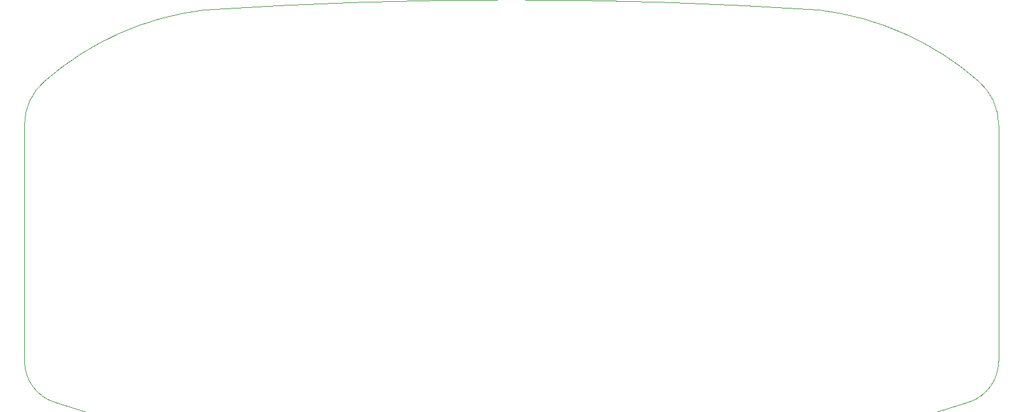
<source format=gm1>
G04 #@! TF.GenerationSoftware,KiCad,Pcbnew,5.1.5+dfsg1-2build2*
G04 #@! TF.CreationDate,2021-11-01T16:20:09+01:00*
G04 #@! TF.ProjectId,joystick-board,6a6f7973-7469-4636-9b2d-626f6172642e,rev?*
G04 #@! TF.SameCoordinates,Original*
G04 #@! TF.FileFunction,Profile,NP*
%FSLAX46Y46*%
G04 Gerber Fmt 4.6, Leading zero omitted, Abs format (unit mm)*
G04 Created by KiCad (PCBNEW 5.1.5+dfsg1-2build2) date 2021-11-01 16:20:09*
%MOMM*%
%LPD*%
G04 APERTURE LIST*
%ADD10C,0.050000*%
G04 APERTURE END LIST*
D10*
X85000320Y-61002632D02*
G75*
G02X170999678Y-61002631I42999680J-649997368D01*
G01*
X191897367Y-115692100D02*
G75*
G02X64102633Y-115692100I-63897367J189692100D01*
G01*
X62793669Y-70925947D02*
G75*
G03X60000000Y-77000000I5206331J-6074053D01*
G01*
X85000321Y-61002630D02*
G75*
G03X62793670Y-70925948I4999679J-40997370D01*
G01*
X170999679Y-61002630D02*
G75*
G02X193206330Y-70925948I-4999679J-40997370D01*
G01*
X193206331Y-70925947D02*
G75*
G02X196000000Y-77000000I-5206331J-6074053D01*
G01*
X191897367Y-115692100D02*
G75*
G03X196000000Y-110000000I-1897367J5692100D01*
G01*
X64102633Y-115692100D02*
G75*
G02X60000000Y-110000000I1897367J5692100D01*
G01*
X196000000Y-110000000D02*
X196000000Y-77000000D01*
X60000000Y-77000000D02*
X60000000Y-110000000D01*
M02*

</source>
